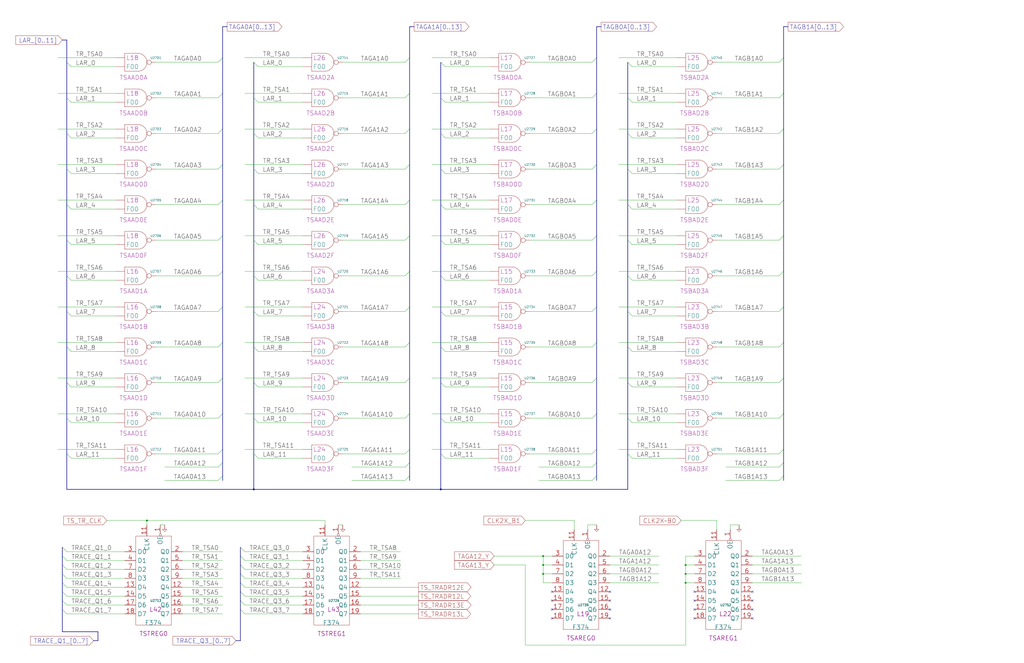
<source format=kicad_sch>
(kicad_sch (version 20250114) (generator "eeschema") (generator_version "9.0")
  (paper "User" 584.2 378.46)
  (title_block (title "TAG STORE ADDRESS BUFFERS") (date "08-MAR-90") (rev "0.0") (comment 1 "MEM32 BOARD") (comment 2 "232-003066") (comment 3 "S400") (comment 4 "RELEASED"))
  (junction (at 83.82 297.18))
  (junction (at 309.88 327.66))
  (junction (at 391.16 332.74))
  (junction (at 144.78 279.4))
  (junction (at 391.16 322.58))
  (junction (at 391.16 327.66))
  (junction (at 309.88 317.5))
  (junction (at 309.88 322.58))
  (junction (at 251.46 279.4))
  (no_connect (at 347.98 342.9))
  (no_connect (at 347.98 337.82))
  (no_connect (at 314.96 337.82))
  (no_connect (at 396.24 353.06))
  (no_connect (at 347.98 353.06))
  (no_connect (at 429.26 353.06))
  (no_connect (at 429.26 347.98))
  (no_connect (at 396.24 347.98))
  (no_connect (at 396.24 342.9))
  (no_connect (at 314.96 342.9))
  (no_connect (at 429.26 337.82))
  (no_connect (at 396.24 337.82))
  (no_connect (at 347.98 347.98))
  (no_connect (at 314.96 347.98))
  (no_connect (at 429.26 342.9))
  (no_connect (at 314.96 353.06))
  (bus_entry (at 144.78 76.2) (size 2.54 2.54))
  (bus_entry (at 447.04 271.78) (size -2.54 2.54))
  (bus_entry (at 358.14 238.76) (size 2.54 2.54))
  (bus_entry (at 358.14 76.2) (size 2.54 2.54))
  (bus_entry (at 251.46 198.12) (size 2.54 2.54))
  (bus_entry (at 340.36 93.98) (size -2.54 2.54))
  (bus_entry (at 251.46 218.44) (size 2.54 2.54))
  (bus_entry (at 358.14 177.8) (size 2.54 2.54))
  (bus_entry (at 340.36 215.9) (size -2.54 2.54))
  (bus_entry (at 127 33.02) (size -2.54 2.54))
  (bus_entry (at 340.36 264.16) (size -2.54 2.54))
  (bus_entry (at 35.56 342.9) (size 2.54 2.54))
  (bus_entry (at 447.04 154.94) (size -2.54 2.54))
  (bus_entry (at 137.16 317.5) (size 2.54 2.54))
  (bus_entry (at 38.1 76.2) (size 2.54 2.54))
  (bus_entry (at 233.68 33.02) (size -2.54 2.54))
  (bus_entry (at 38.1 116.84) (size 2.54 2.54))
  (bus_entry (at 340.36 175.26) (size -2.54 2.54))
  (bus_entry (at 35.56 317.5) (size 2.54 2.54))
  (bus_entry (at 35.56 322.58) (size 2.54 2.54))
  (bus_entry (at 340.36 256.54) (size -2.54 2.54))
  (bus_entry (at 233.68 175.26) (size -2.54 2.54))
  (bus_entry (at 447.04 53.34) (size -2.54 2.54))
  (bus_entry (at 35.56 312.42) (size 2.54 2.54))
  (bus_entry (at 38.1 35.56) (size 2.54 2.54))
  (bus_entry (at 340.36 271.78) (size -2.54 2.54))
  (bus_entry (at 38.1 238.76) (size 2.54 2.54))
  (bus_entry (at 144.78 137.16) (size 2.54 2.54))
  (bus_entry (at 137.16 322.58) (size 2.54 2.54))
  (bus_entry (at 127 73.66) (size -2.54 2.54))
  (bus_entry (at 38.1 259.08) (size 2.54 2.54))
  (bus_entry (at 127 195.58) (size -2.54 2.54))
  (bus_entry (at 447.04 73.66) (size -2.54 2.54))
  (bus_entry (at 38.1 55.88) (size 2.54 2.54))
  (bus_entry (at 233.68 256.54) (size -2.54 2.54))
  (bus_entry (at 35.56 327.66) (size 2.54 2.54))
  (bus_entry (at 251.46 116.84) (size 2.54 2.54))
  (bus_entry (at 251.46 55.88) (size 2.54 2.54))
  (bus_entry (at 137.16 332.74) (size 2.54 2.54))
  (bus_entry (at 340.36 236.22) (size -2.54 2.54))
  (bus_entry (at 447.04 134.62) (size -2.54 2.54))
  (bus_entry (at 358.14 35.56) (size 2.54 2.54))
  (bus_entry (at 251.46 35.56) (size 2.54 2.54))
  (bus_entry (at 447.04 236.22) (size -2.54 2.54))
  (bus_entry (at 233.68 154.94) (size -2.54 2.54))
  (bus_entry (at 233.68 73.66) (size -2.54 2.54))
  (bus_entry (at 358.14 55.88) (size 2.54 2.54))
  (bus_entry (at 358.14 96.52) (size 2.54 2.54))
  (bus_entry (at 447.04 195.58) (size -2.54 2.54))
  (bus_entry (at 144.78 55.88) (size 2.54 2.54))
  (bus_entry (at 358.14 218.44) (size 2.54 2.54))
  (bus_entry (at 340.36 73.66) (size -2.54 2.54))
  (bus_entry (at 35.56 332.74) (size 2.54 2.54))
  (bus_entry (at 251.46 157.48) (size 2.54 2.54))
  (bus_entry (at 358.14 116.84) (size 2.54 2.54))
  (bus_entry (at 251.46 238.76) (size 2.54 2.54))
  (bus_entry (at 251.46 76.2) (size 2.54 2.54))
  (bus_entry (at 38.1 157.48) (size 2.54 2.54))
  (bus_entry (at 35.56 347.98) (size 2.54 2.54))
  (bus_entry (at 233.68 53.34) (size -2.54 2.54))
  (bus_entry (at 340.36 134.62) (size -2.54 2.54))
  (bus_entry (at 144.78 238.76) (size 2.54 2.54))
  (bus_entry (at 447.04 93.98) (size -2.54 2.54))
  (bus_entry (at 144.78 259.08) (size 2.54 2.54))
  (bus_entry (at 251.46 96.52) (size 2.54 2.54))
  (bus_entry (at 137.16 347.98) (size 2.54 2.54))
  (bus_entry (at 340.36 195.58) (size -2.54 2.54))
  (bus_entry (at 127 175.26) (size -2.54 2.54))
  (bus_entry (at 127 215.9) (size -2.54 2.54))
  (bus_entry (at 233.68 114.3) (size -2.54 2.54))
  (bus_entry (at 251.46 177.8) (size 2.54 2.54))
  (bus_entry (at 127 271.78) (size -2.54 2.54))
  (bus_entry (at 35.56 337.82) (size 2.54 2.54))
  (bus_entry (at 137.16 312.42) (size 2.54 2.54))
  (bus_entry (at 127 53.34) (size -2.54 2.54))
  (bus_entry (at 38.1 177.8) (size 2.54 2.54))
  (bus_entry (at 144.78 198.12) (size 2.54 2.54))
  (bus_entry (at 144.78 218.44) (size 2.54 2.54))
  (bus_entry (at 447.04 114.3) (size -2.54 2.54))
  (bus_entry (at 127 264.16) (size -2.54 2.54))
  (bus_entry (at 447.04 33.02) (size -2.54 2.54))
  (bus_entry (at 127 154.94) (size -2.54 2.54))
  (bus_entry (at 144.78 116.84) (size 2.54 2.54))
  (bus_entry (at 127 134.62) (size -2.54 2.54))
  (bus_entry (at 233.68 264.16) (size -2.54 2.54))
  (bus_entry (at 38.1 96.52) (size 2.54 2.54))
  (bus_entry (at 233.68 271.78) (size -2.54 2.54))
  (bus_entry (at 38.1 218.44) (size 2.54 2.54))
  (bus_entry (at 127 256.54) (size -2.54 2.54))
  (bus_entry (at 144.78 96.52) (size 2.54 2.54))
  (bus_entry (at 38.1 198.12) (size 2.54 2.54))
  (bus_entry (at 447.04 175.26) (size -2.54 2.54))
  (bus_entry (at 144.78 177.8) (size 2.54 2.54))
  (bus_entry (at 447.04 264.16) (size -2.54 2.54))
  (bus_entry (at 233.68 134.62) (size -2.54 2.54))
  (bus_entry (at 127 236.22) (size -2.54 2.54))
  (bus_entry (at 144.78 157.48) (size 2.54 2.54))
  (bus_entry (at 127 93.98) (size -2.54 2.54))
  (bus_entry (at 358.14 157.48) (size 2.54 2.54))
  (bus_entry (at 251.46 259.08) (size 2.54 2.54))
  (bus_entry (at 233.68 236.22) (size -2.54 2.54))
  (bus_entry (at 137.16 327.66) (size 2.54 2.54))
  (bus_entry (at 38.1 137.16) (size 2.54 2.54))
  (bus_entry (at 340.36 154.94) (size -2.54 2.54))
  (bus_entry (at 340.36 33.02) (size -2.54 2.54))
  (bus_entry (at 358.14 137.16) (size 2.54 2.54))
  (bus_entry (at 137.16 342.9) (size 2.54 2.54))
  (bus_entry (at 127 114.3) (size -2.54 2.54))
  (bus_entry (at 358.14 259.08) (size 2.54 2.54))
  (bus_entry (at 447.04 215.9) (size -2.54 2.54))
  (bus_entry (at 233.68 215.9) (size -2.54 2.54))
  (bus_entry (at 251.46 137.16) (size 2.54 2.54))
  (bus_entry (at 340.36 53.34) (size -2.54 2.54))
  (bus_entry (at 340.36 114.3) (size -2.54 2.54))
  (bus_entry (at 233.68 195.58) (size -2.54 2.54))
  (bus_entry (at 137.16 337.82) (size 2.54 2.54))
  (bus_entry (at 358.14 198.12) (size 2.54 2.54))
  (bus_entry (at 144.78 35.56) (size 2.54 2.54))
  (bus_entry (at 233.68 93.98) (size -2.54 2.54))
  (bus_entry (at 447.04 256.54) (size -2.54 2.54))
  (bus (pts (xy 35.56 347.98) (xy 35.56 360.68)))
  (bus (pts (xy 127 15.24) (xy 129.54 15.24)))
  (wire (pts (xy 360.68 200.66) (xy 386.08 200.66)))
  (wire (pts (xy 88.9 116.84) (xy 124.46 116.84)))
  (wire (pts (xy 91.44 299.72) (xy 93.98 299.72)))
  (wire (pts (xy 139.7 33.02) (xy 172.72 33.02)))
  (bus (pts (xy 233.68 236.22) (xy 233.68 256.54)))
  (bus (pts (xy 233.68 114.3) (xy 233.68 134.62)))
  (bus (pts (xy 358.14 177.8) (xy 358.14 198.12)))
  (wire (pts (xy 360.68 58.42) (xy 386.08 58.42)))
  (wire (pts (xy 246.38 236.22) (xy 279.4 236.22)))
  (bus (pts (xy 340.36 175.26) (xy 340.36 195.58)))
  (wire (pts (xy 309.88 317.5) (xy 314.96 317.5)))
  (bus (pts (xy 35.56 342.9) (xy 35.56 347.98)))
  (bus (pts (xy 137.16 337.82) (xy 137.16 342.9)))
  (bus (pts (xy 134.62 365.76) (xy 137.16 365.76)))
  (wire (pts (xy 307.34 266.7) (xy 337.82 266.7)))
  (wire (pts (xy 33.02 33.02) (xy 66.04 33.02)))
  (wire (pts (xy 246.38 33.02) (xy 279.4 33.02)))
  (wire (pts (xy 299.72 368.3) (xy 391.16 368.3)))
  (wire (pts (xy 408.94 198.12) (xy 444.5 198.12)))
  (wire (pts (xy 195.58 55.88) (xy 231.14 55.88)))
  (bus (pts (xy 233.68 15.24) (xy 233.68 33.02)))
  (wire (pts (xy 360.68 160.02) (xy 386.08 160.02)))
  (wire (pts (xy 408.94 218.44) (xy 444.5 218.44)))
  (wire (pts (xy 347.98 332.74) (xy 375.92 332.74)))
  (bus (pts (xy 127 256.54) (xy 127 264.16)))
  (bus (pts (xy 447.04 114.3) (xy 447.04 134.62)))
  (wire (pts (xy 195.58 35.56) (xy 231.14 35.56)))
  (wire (pts (xy 309.88 322.58) (xy 309.88 317.5)))
  (wire (pts (xy 353.06 134.62) (xy 386.08 134.62)))
  (wire (pts (xy 408.94 35.56) (xy 444.5 35.56)))
  (bus (pts (xy 233.68 215.9) (xy 233.68 236.22)))
  (bus (pts (xy 144.78 218.44) (xy 144.78 238.76)))
  (wire (pts (xy 139.7 175.26) (xy 172.72 175.26)))
  (wire (pts (xy 254 241.3) (xy 279.4 241.3)))
  (wire (pts (xy 416.56 299.72) (xy 416.56 302.26)))
  (bus (pts (xy 38.1 35.56) (xy 38.1 55.88)))
  (bus (pts (xy 137.16 322.58) (xy 137.16 327.66)))
  (bus (pts (xy 251.46 76.2) (xy 251.46 96.52)))
  (wire (pts (xy 40.64 180.34) (xy 66.04 180.34)))
  (wire (pts (xy 408.94 116.84) (xy 444.5 116.84)))
  (wire (pts (xy 353.06 195.58) (xy 386.08 195.58)))
  (wire (pts (xy 205.74 340.36) (xy 238.76 340.36)))
  (bus (pts (xy 137.16 317.5) (xy 137.16 322.58)))
  (wire (pts (xy 246.38 134.62) (xy 279.4 134.62)))
  (bus (pts (xy 38.1 238.76) (xy 38.1 259.08)))
  (bus (pts (xy 358.14 198.12) (xy 358.14 218.44)))
  (bus (pts (xy 144.78 259.08) (xy 144.78 279.4)))
  (wire (pts (xy 205.74 345.44) (xy 238.76 345.44)))
  (bus (pts (xy 35.56 317.5) (xy 35.56 322.58)))
  (wire (pts (xy 314.96 332.74) (xy 309.88 332.74)))
  (bus (pts (xy 358.14 259.08) (xy 358.14 279.4)))
  (bus (pts (xy 127 33.02) (xy 127 53.34)))
  (wire (pts (xy 139.7 325.12) (xy 172.72 325.12)))
  (bus (pts (xy 447.04 215.9) (xy 447.04 236.22)))
  (wire (pts (xy 88.9 137.16) (xy 124.46 137.16)))
  (wire (pts (xy 353.06 175.26) (xy 386.08 175.26)))
  (wire (pts (xy 88.9 218.44) (xy 124.46 218.44)))
  (wire (pts (xy 104.14 345.44) (xy 127 345.44)))
  (wire (pts (xy 299.72 322.58) (xy 299.72 368.3)))
  (wire (pts (xy 139.7 195.58) (xy 172.72 195.58)))
  (wire (pts (xy 147.32 261.62) (xy 172.72 261.62)))
  (wire (pts (xy 347.98 327.66) (xy 375.92 327.66)))
  (wire (pts (xy 246.38 175.26) (xy 279.4 175.26)))
  (wire (pts (xy 147.32 38.1) (xy 172.72 38.1)))
  (wire (pts (xy 83.82 297.18) (xy 185.42 297.18)))
  (wire (pts (xy 302.26 137.16) (xy 337.82 137.16)))
  (wire (pts (xy 33.02 236.22) (xy 66.04 236.22)))
  (bus (pts (xy 358.14 35.56) (xy 358.14 55.88)))
  (bus (pts (xy 35.56 332.74) (xy 35.56 337.82)))
  (wire (pts (xy 147.32 58.42) (xy 172.72 58.42)))
  (bus (pts (xy 358.14 238.76) (xy 358.14 259.08)))
  (bus (pts (xy 127 134.62) (xy 127 154.94)))
  (wire (pts (xy 302.26 218.44) (xy 337.82 218.44)))
  (bus (pts (xy 340.36 154.94) (xy 340.36 175.26)))
  (bus (pts (xy 358.14 55.88) (xy 358.14 76.2)))
  (bus (pts (xy 127 236.22) (xy 127 256.54)))
  (bus (pts (xy 233.68 15.24) (xy 236.22 15.24)))
  (bus (pts (xy 340.36 73.66) (xy 340.36 93.98)))
  (wire (pts (xy 104.14 340.36) (xy 127 340.36)))
  (wire (pts (xy 38.1 335.28) (xy 71.12 335.28)))
  (wire (pts (xy 195.58 137.16) (xy 231.14 137.16)))
  (wire (pts (xy 33.02 93.98) (xy 66.04 93.98)))
  (bus (pts (xy 144.78 116.84) (xy 144.78 137.16)))
  (wire (pts (xy 302.26 35.56) (xy 337.82 35.56)))
  (wire (pts (xy 340.36 299.72) (xy 335.28 299.72)))
  (wire (pts (xy 388.62 297.18) (xy 408.94 297.18)))
  (bus (pts (xy 144.78 55.88) (xy 144.78 76.2)))
  (wire (pts (xy 33.02 134.62) (xy 66.04 134.62)))
  (wire (pts (xy 200.66 274.32) (xy 231.14 274.32)))
  (wire (pts (xy 391.16 332.74) (xy 391.16 327.66)))
  (wire (pts (xy 200.66 266.7) (xy 231.14 266.7)))
  (bus (pts (xy 38.1 177.8) (xy 38.1 198.12)))
  (wire (pts (xy 347.98 317.5) (xy 375.92 317.5)))
  (wire (pts (xy 40.64 160.02) (xy 66.04 160.02)))
  (wire (pts (xy 408.94 177.8) (xy 444.5 177.8)))
  (wire (pts (xy 38.1 325.12) (xy 71.12 325.12)))
  (bus (pts (xy 144.78 157.48) (xy 144.78 177.8)))
  (wire (pts (xy 254 119.38) (xy 279.4 119.38)))
  (bus (pts (xy 233.68 175.26) (xy 233.68 195.58)))
  (wire (pts (xy 408.94 157.48) (xy 444.5 157.48)))
  (bus (pts (xy 447.04 33.02) (xy 447.04 53.34)))
  (bus (pts (xy 137.16 332.74) (xy 137.16 337.82)))
  (wire (pts (xy 408.94 76.2) (xy 444.5 76.2)))
  (wire (pts (xy 360.68 261.62) (xy 386.08 261.62)))
  (wire (pts (xy 429.26 327.66) (xy 457.2 327.66)))
  (bus (pts (xy 447.04 264.16) (xy 447.04 271.78)))
  (bus (pts (xy 251.46 35.56) (xy 251.46 55.88)))
  (wire (pts (xy 391.16 327.66) (xy 391.16 322.58)))
  (wire (pts (xy 429.26 322.58) (xy 457.2 322.58)))
  (bus (pts (xy 38.1 259.08) (xy 38.1 279.4)))
  (wire (pts (xy 353.06 154.94) (xy 386.08 154.94)))
  (wire (pts (xy 299.72 297.18) (xy 327.66 297.18)))
  (wire (pts (xy 408.94 238.76) (xy 444.5 238.76)))
  (bus (pts (xy 447.04 15.24) (xy 449.58 15.24)))
  (wire (pts (xy 254 200.66) (xy 279.4 200.66)))
  (wire (pts (xy 147.32 180.34) (xy 172.72 180.34)))
  (wire (pts (xy 205.74 320.04) (xy 228.6 320.04)))
  (bus (pts (xy 340.36 53.34) (xy 340.36 73.66)))
  (wire (pts (xy 40.64 78.74) (xy 66.04 78.74)))
  (bus (pts (xy 340.36 15.24) (xy 342.9 15.24)))
  (wire (pts (xy 254 38.1) (xy 279.4 38.1)))
  (bus (pts (xy 358.14 96.52) (xy 358.14 116.84)))
  (bus (pts (xy 233.68 264.16) (xy 233.68 271.78)))
  (bus (pts (xy 233.68 195.58) (xy 233.68 215.9)))
  (wire (pts (xy 254 180.34) (xy 279.4 180.34)))
  (wire (pts (xy 360.68 241.3) (xy 386.08 241.3)))
  (bus (pts (xy 127 53.34) (xy 127 73.66)))
  (wire (pts (xy 40.64 99.06) (xy 66.04 99.06)))
  (wire (pts (xy 83.82 297.18) (xy 83.82 299.72)))
  (wire (pts (xy 302.26 177.8) (xy 337.82 177.8)))
  (wire (pts (xy 88.9 96.52) (xy 124.46 96.52)))
  (wire (pts (xy 246.38 215.9) (xy 279.4 215.9)))
  (bus (pts (xy 340.36 236.22) (xy 340.36 256.54)))
  (bus (pts (xy 358.14 157.48) (xy 358.14 177.8)))
  (bus (pts (xy 340.36 256.54) (xy 340.36 264.16)))
  (wire (pts (xy 139.7 93.98) (xy 172.72 93.98)))
  (wire (pts (xy 429.26 332.74) (xy 457.2 332.74)))
  (wire (pts (xy 246.38 53.34) (xy 279.4 53.34)))
  (wire (pts (xy 307.34 274.32) (xy 337.82 274.32)))
  (bus (pts (xy 38.1 218.44) (xy 38.1 238.76)))
  (wire (pts (xy 38.1 345.44) (xy 71.12 345.44)))
  (bus (pts (xy 233.68 93.98) (xy 233.68 114.3)))
  (bus (pts (xy 251.46 279.4) (xy 358.14 279.4)))
  (wire (pts (xy 254 78.74) (xy 279.4 78.74)))
  (bus (pts (xy 35.56 312.42) (xy 35.56 317.5)))
  (bus (pts (xy 358.14 76.2) (xy 358.14 96.52)))
  (bus (pts (xy 144.78 198.12) (xy 144.78 218.44)))
  (wire (pts (xy 360.68 139.7) (xy 386.08 139.7)))
  (wire (pts (xy 147.32 78.74) (xy 172.72 78.74)))
  (wire (pts (xy 185.42 297.18) (xy 185.42 299.72)))
  (bus (pts (xy 144.78 96.52) (xy 144.78 116.84)))
  (bus (pts (xy 233.68 154.94) (xy 233.68 175.26)))
  (wire (pts (xy 33.02 154.94) (xy 66.04 154.94)))
  (bus (pts (xy 53.34 365.76) (xy 55.88 365.76)))
  (bus (pts (xy 35.56 327.66) (xy 35.56 332.74)))
  (wire (pts (xy 104.14 320.04) (xy 127 320.04)))
  (bus (pts (xy 447.04 53.34) (xy 447.04 73.66)))
  (bus (pts (xy 358.14 116.84) (xy 358.14 137.16)))
  (wire (pts (xy 302.26 96.52) (xy 337.82 96.52)))
  (wire (pts (xy 147.32 99.06) (xy 172.72 99.06)))
  (bus (pts (xy 233.68 33.02) (xy 233.68 53.34)))
  (wire (pts (xy 139.7 345.44) (xy 172.72 345.44)))
  (wire (pts (xy 353.06 114.3) (xy 386.08 114.3)))
  (wire (pts (xy 195.58 96.52) (xy 231.14 96.52)))
  (wire (pts (xy 205.74 335.28) (xy 238.76 335.28)))
  (bus (pts (xy 38.1 157.48) (xy 38.1 177.8)))
  (wire (pts (xy 205.74 325.12) (xy 228.6 325.12)))
  (wire (pts (xy 391.16 322.58) (xy 396.24 322.58)))
  (bus (pts (xy 447.04 73.66) (xy 447.04 93.98)))
  (wire (pts (xy 33.02 114.3) (xy 66.04 114.3)))
  (wire (pts (xy 302.26 198.12) (xy 337.82 198.12)))
  (wire (pts (xy 205.74 314.96) (xy 228.6 314.96)))
  (wire (pts (xy 88.9 76.2) (xy 124.46 76.2)))
  (wire (pts (xy 104.14 314.96) (xy 127 314.96)))
  (wire (pts (xy 391.16 332.74) (xy 396.24 332.74)))
  (bus (pts (xy 251.46 116.84) (xy 251.46 137.16)))
  (wire (pts (xy 335.28 299.72) (xy 335.28 302.26)))
  (bus (pts (xy 233.68 134.62) (xy 233.68 154.94)))
  (wire (pts (xy 88.9 259.08) (xy 124.46 259.08)))
  (wire (pts (xy 254 58.42) (xy 279.4 58.42)))
  (wire (pts (xy 33.02 73.66) (xy 66.04 73.66)))
  (wire (pts (xy 302.26 55.88) (xy 337.82 55.88)))
  (wire (pts (xy 195.58 157.48) (xy 231.14 157.48)))
  (wire (pts (xy 314.96 327.66) (xy 309.88 327.66)))
  (bus (pts (xy 340.36 134.62) (xy 340.36 154.94)))
  (bus (pts (xy 447.04 15.24) (xy 447.04 33.02)))
  (wire (pts (xy 147.32 241.3) (xy 172.72 241.3)))
  (wire (pts (xy 104.14 350.52) (xy 127 350.52)))
  (wire (pts (xy 327.66 297.18) (xy 327.66 302.26)))
  (wire (pts (xy 147.32 200.66) (xy 172.72 200.66)))
  (bus (pts (xy 340.36 15.24) (xy 340.36 33.02)))
  (wire (pts (xy 246.38 93.98) (xy 279.4 93.98)))
  (bus (pts (xy 447.04 134.62) (xy 447.04 154.94)))
  (wire (pts (xy 408.94 96.52) (xy 444.5 96.52)))
  (wire (pts (xy 40.64 261.62) (xy 66.04 261.62)))
  (wire (pts (xy 254 139.7) (xy 279.4 139.7)))
  (wire (pts (xy 193.04 299.72) (xy 195.58 299.72)))
  (bus (pts (xy 127 114.3) (xy 127 134.62)))
  (wire (pts (xy 360.68 99.06) (xy 386.08 99.06)))
  (wire (pts (xy 139.7 114.3) (xy 172.72 114.3)))
  (bus (pts (xy 251.46 198.12) (xy 251.46 218.44)))
  (wire (pts (xy 205.74 330.2) (xy 228.6 330.2)))
  (wire (pts (xy 195.58 76.2) (xy 231.14 76.2)))
  (wire (pts (xy 40.64 119.38) (xy 66.04 119.38)))
  (wire (pts (xy 139.7 215.9) (xy 172.72 215.9)))
  (wire (pts (xy 309.88 332.74) (xy 309.88 327.66)))
  (bus (pts (xy 251.46 96.52) (xy 251.46 116.84)))
  (wire (pts (xy 93.98 266.7) (xy 124.46 266.7)))
  (wire (pts (xy 147.32 160.02) (xy 172.72 160.02)))
  (bus (pts (xy 127 175.26) (xy 127 195.58)))
  (bus (pts (xy 233.68 73.66) (xy 233.68 93.98)))
  (wire (pts (xy 139.7 154.94) (xy 172.72 154.94)))
  (wire (pts (xy 281.94 317.5) (xy 309.88 317.5)))
  (wire (pts (xy 254 261.62) (xy 279.4 261.62)))
  (wire (pts (xy 391.16 322.58) (xy 391.16 317.5)))
  (wire (pts (xy 40.64 241.3) (xy 66.04 241.3)))
  (wire (pts (xy 246.38 154.94) (xy 279.4 154.94)))
  (wire (pts (xy 408.94 137.16) (xy 444.5 137.16)))
  (bus (pts (xy 55.88 360.68) (xy 35.56 360.68)))
  (wire (pts (xy 139.7 53.34) (xy 172.72 53.34)))
  (wire (pts (xy 40.64 220.98) (xy 66.04 220.98)))
  (wire (pts (xy 353.06 256.54) (xy 386.08 256.54)))
  (wire (pts (xy 414.02 274.32) (xy 444.5 274.32)))
  (bus (pts (xy 340.36 271.78) (xy 340.36 274.32)))
  (wire (pts (xy 195.58 218.44) (xy 231.14 218.44)))
  (wire (pts (xy 414.02 266.7) (xy 444.5 266.7)))
  (bus (pts (xy 38.1 279.4) (xy 144.78 279.4)))
  (bus (pts (xy 251.46 238.76) (xy 251.46 259.08)))
  (wire (pts (xy 33.02 175.26) (xy 66.04 175.26)))
  (bus (pts (xy 447.04 236.22) (xy 447.04 256.54)))
  (wire (pts (xy 88.9 177.8) (xy 124.46 177.8)))
  (bus (pts (xy 340.36 114.3) (xy 340.36 134.62)))
  (wire (pts (xy 353.06 53.34) (xy 386.08 53.34)))
  (wire (pts (xy 139.7 335.28) (xy 172.72 335.28)))
  (bus (pts (xy 38.1 96.52) (xy 38.1 116.84)))
  (wire (pts (xy 88.9 35.56) (xy 124.46 35.56)))
  (bus (pts (xy 127 73.66) (xy 127 93.98)))
  (wire (pts (xy 360.68 220.98) (xy 386.08 220.98)))
  (bus (pts (xy 137.16 312.42) (xy 137.16 317.5)))
  (wire (pts (xy 33.02 256.54) (xy 66.04 256.54)))
  (wire (pts (xy 195.58 198.12) (xy 231.14 198.12)))
  (bus (pts (xy 447.04 175.26) (xy 447.04 195.58)))
  (wire (pts (xy 33.02 195.58) (xy 66.04 195.58)))
  (wire (pts (xy 302.26 76.2) (xy 337.82 76.2)))
  (bus (pts (xy 38.1 137.16) (xy 38.1 157.48)))
  (wire (pts (xy 38.1 320.04) (xy 71.12 320.04)))
  (bus (pts (xy 251.46 218.44) (xy 251.46 238.76)))
  (bus (pts (xy 233.68 271.78) (xy 233.68 274.32)))
  (wire (pts (xy 353.06 93.98) (xy 386.08 93.98)))
  (bus (pts (xy 233.68 53.34) (xy 233.68 73.66)))
  (wire (pts (xy 309.88 327.66) (xy 309.88 322.58)))
  (wire (pts (xy 139.7 256.54) (xy 172.72 256.54)))
  (wire (pts (xy 408.94 297.18) (xy 408.94 302.26)))
  (wire (pts (xy 60.96 297.18) (xy 83.82 297.18)))
  (bus (pts (xy 38.1 116.84) (xy 38.1 137.16)))
  (wire (pts (xy 205.74 350.52) (xy 238.76 350.52)))
  (wire (pts (xy 88.9 157.48) (xy 124.46 157.48)))
  (bus (pts (xy 144.78 238.76) (xy 144.78 259.08)))
  (wire (pts (xy 246.38 195.58) (xy 279.4 195.58)))
  (wire (pts (xy 139.7 236.22) (xy 172.72 236.22)))
  (wire (pts (xy 429.26 317.5) (xy 457.2 317.5)))
  (bus (pts (xy 233.68 256.54) (xy 233.68 264.16)))
  (wire (pts (xy 254 220.98) (xy 279.4 220.98)))
  (wire (pts (xy 139.7 340.36) (xy 172.72 340.36)))
  (wire (pts (xy 38.1 350.52) (xy 71.12 350.52)))
  (bus (pts (xy 35.56 22.86) (xy 38.1 22.86)))
  (wire (pts (xy 302.26 259.08) (xy 337.82 259.08)))
  (wire (pts (xy 104.14 325.12) (xy 127 325.12)))
  (bus (pts (xy 55.88 365.76) (xy 55.88 360.68)))
  (bus (pts (xy 144.78 137.16) (xy 144.78 157.48)))
  (bus (pts (xy 340.36 195.58) (xy 340.36 215.9)))
  (wire (pts (xy 33.02 53.34) (xy 66.04 53.34)))
  (bus (pts (xy 144.78 279.4) (xy 251.46 279.4)))
  (wire (pts (xy 391.16 317.5) (xy 396.24 317.5)))
  (wire (pts (xy 93.98 274.32) (xy 124.46 274.32)))
  (wire (pts (xy 195.58 238.76) (xy 231.14 238.76)))
  (wire (pts (xy 353.06 236.22) (xy 386.08 236.22)))
  (wire (pts (xy 302.26 116.84) (xy 337.82 116.84)))
  (wire (pts (xy 360.68 38.1) (xy 386.08 38.1)))
  (wire (pts (xy 139.7 350.52) (xy 172.72 350.52)))
  (wire (pts (xy 88.9 198.12) (xy 124.46 198.12)))
  (wire (pts (xy 360.68 78.74) (xy 386.08 78.74)))
  (bus (pts (xy 340.36 215.9) (xy 340.36 236.22)))
  (wire (pts (xy 40.64 139.7) (xy 66.04 139.7)))
  (wire (pts (xy 246.38 256.54) (xy 279.4 256.54)))
  (bus (pts (xy 447.04 154.94) (xy 447.04 175.26)))
  (wire (pts (xy 302.26 238.76) (xy 337.82 238.76)))
  (wire (pts (xy 302.26 157.48) (xy 337.82 157.48)))
  (wire (pts (xy 147.32 139.7) (xy 172.72 139.7)))
  (wire (pts (xy 33.02 215.9) (xy 66.04 215.9)))
  (wire (pts (xy 408.94 259.08) (xy 444.5 259.08)))
  (bus (pts (xy 38.1 198.12) (xy 38.1 218.44)))
  (wire (pts (xy 391.16 327.66) (xy 396.24 327.66)))
  (wire (pts (xy 347.98 322.58) (xy 375.92 322.58)))
  (bus (pts (xy 251.46 259.08) (xy 251.46 279.4)))
  (wire (pts (xy 281.94 322.58) (xy 299.72 322.58)))
  (wire (pts (xy 38.1 340.36) (xy 71.12 340.36)))
  (wire (pts (xy 360.68 180.34) (xy 386.08 180.34)))
  (bus (pts (xy 251.46 137.16) (xy 251.46 157.48)))
  (bus (pts (xy 127 264.16) (xy 127 271.78)))
  (bus (pts (xy 38.1 76.2) (xy 38.1 96.52)))
  (wire (pts (xy 254 160.02) (xy 279.4 160.02)))
  (wire (pts (xy 195.58 177.8) (xy 231.14 177.8)))
  (wire (pts (xy 254 99.06) (xy 279.4 99.06)))
  (wire (pts (xy 246.38 114.3) (xy 279.4 114.3)))
  (bus (pts (xy 127 215.9) (xy 127 236.22)))
  (wire (pts (xy 38.1 314.96) (xy 71.12 314.96)))
  (bus (pts (xy 137.16 342.9) (xy 137.16 347.98)))
  (wire (pts (xy 147.32 220.98) (xy 172.72 220.98)))
  (wire (pts (xy 88.9 55.88) (xy 124.46 55.88)))
  (bus (pts (xy 447.04 271.78) (xy 447.04 274.32)))
  (bus (pts (xy 144.78 177.8) (xy 144.78 198.12)))
  (wire (pts (xy 195.58 116.84) (xy 231.14 116.84)))
  (bus (pts (xy 35.56 322.58) (xy 35.56 327.66)))
  (wire (pts (xy 139.7 320.04) (xy 172.72 320.04)))
  (wire (pts (xy 353.06 215.9) (xy 386.08 215.9)))
  (bus (pts (xy 340.36 33.02) (xy 340.36 53.34)))
  (bus (pts (xy 127 154.94) (xy 127 175.26)))
  (wire (pts (xy 139.7 330.2) (xy 172.72 330.2)))
  (bus (pts (xy 137.16 327.66) (xy 137.16 332.74)))
  (wire (pts (xy 360.68 119.38) (xy 386.08 119.38)))
  (bus (pts (xy 137.16 347.98) (xy 137.16 365.76)))
  (bus (pts (xy 251.46 55.88) (xy 251.46 76.2)))
  (wire (pts (xy 421.64 299.72) (xy 416.56 299.72)))
  (wire (pts (xy 139.7 73.66) (xy 172.72 73.66)))
  (wire (pts (xy 104.14 335.28) (xy 127 335.28)))
  (wire (pts (xy 353.06 73.66) (xy 386.08 73.66)))
  (wire (pts (xy 353.06 33.02) (xy 386.08 33.02)))
  (bus (pts (xy 358.14 137.16) (xy 358.14 157.48)))
  (bus (pts (xy 127 195.58) (xy 127 215.9)))
  (bus (pts (xy 38.1 22.86) (xy 38.1 35.56)))
  (wire (pts (xy 391.16 368.3) (xy 391.16 332.74)))
  (wire (pts (xy 139.7 134.62) (xy 172.72 134.62)))
  (bus (pts (xy 447.04 93.98) (xy 447.04 114.3)))
  (wire (pts (xy 40.64 58.42) (xy 66.04 58.42)))
  (bus (pts (xy 340.36 264.16) (xy 340.36 271.78)))
  (bus (pts (xy 447.04 195.58) (xy 447.04 215.9)))
  (wire (pts (xy 104.14 330.2) (xy 127 330.2)))
  (wire (pts (xy 88.9 238.76) (xy 124.46 238.76)))
  (wire (pts (xy 246.38 73.66) (xy 279.4 73.66)))
  (wire (pts (xy 139.7 314.96) (xy 172.72 314.96)))
  (bus (pts (xy 144.78 35.56) (xy 144.78 55.88)))
  (bus (pts (xy 144.78 76.2) (xy 144.78 96.52)))
  (bus (pts (xy 35.56 337.82) (xy 35.56 342.9)))
  (wire (pts (xy 147.32 119.38) (xy 172.72 119.38)))
  (bus (pts (xy 340.36 93.98) (xy 340.36 114.3)))
  (bus (pts (xy 251.46 157.48) (xy 251.46 177.8)))
  (wire (pts (xy 40.64 38.1) (xy 66.04 38.1)))
  (bus (pts (xy 447.04 256.54) (xy 447.04 264.16)))
  (bus (pts (xy 127 15.24) (xy 127 33.02)))
  (wire (pts (xy 408.94 55.88) (xy 444.5 55.88)))
  (bus (pts (xy 38.1 55.88) (xy 38.1 76.2)))
  (wire (pts (xy 314.96 322.58) (xy 309.88 322.58)))
  (bus (pts (xy 127 271.78) (xy 127 274.32)))
  (bus (pts (xy 358.14 218.44) (xy 358.14 238.76)))
  (bus (pts (xy 251.46 177.8) (xy 251.46 198.12)))
  (bus (pts (xy 127 93.98) (xy 127 114.3)))
  (wire (pts (xy 40.64 200.66) (xy 66.04 200.66)))
  (wire (pts (xy 38.1 330.2) (xy 71.12 330.2)))
  (wire (pts (xy 195.58 259.08) (xy 231.14 259.08)))
  (label "LAR_7" (at 149.86 180.34 0) (effects (font (size 2.54 2.54))))
  (label "TAGB0A0" (at 312.42 35.56 0) (effects (font (size 2.54 2.54))))
  (label "TRACE_Q3_2" (at 142.24 325.12 0) (effects (font (size 2.54 2.54))))
  (label "TAGB1A12" (at 419.1 266.7 0) (effects (font (size 2.54 2.54))))
  (label "TR_TSA0" (at 149.86 33.02 0) (effects (font (size 2.54 2.54))))
  (label "TAGA1A0" (at 205.74 35.56 0) (effects (font (size 2.54 2.54))))
  (label "TAGA0A6" (at 99.06 157.48 0) (effects (font (size 2.54 2.54))))
  (label "TAGB1A3" (at 419.1 96.52 0) (effects (font (size 2.54 2.54))))
  (label "TR_TSA11" (at 363.22 256.54 0) (effects (font (size 2.54 2.54))))
  (label "TR_TSA9" (at 256.54 215.9 0) (effects (font (size 2.54 2.54))))
  (label "TR_TSA10" (at 210.82 325.12 0) (effects (font (size 2.54 2.54))))
  (label "LAR_3" (at 256.54 99.06 0) (effects (font (size 2.54 2.54))))
  (label "TAGB0A11" (at 312.42 259.08 0) (effects (font (size 2.54 2.54))))
  (label "TAGB1A9" (at 419.1 218.44 0) (effects (font (size 2.54 2.54))))
  (label "TAGB0A9" (at 312.42 218.44 0) (effects (font (size 2.54 2.54))))
  (label "LAR_3" (at 149.86 99.06 0) (effects (font (size 2.54 2.54))))
  (label "TRACE_Q1_5" (at 40.64 340.36 0) (effects (font (size 2.54 2.54))))
  (label "LAR_9" (at 363.22 220.98 0) (effects (font (size 2.54 2.54))))
  (label "TAGB0A12" (at 353.06 327.66 0) (effects (font (size 2.54 2.54))))
  (label "TR_TSA8" (at 210.82 314.96 0) (effects (font (size 2.54 2.54))))
  (label "TAGA1A6" (at 205.74 157.48 0) (effects (font (size 2.54 2.54))))
  (label "TR_TSA8" (at 43.18 195.58 0) (effects (font (size 2.54 2.54))))
  (label "TR_TSA2" (at 256.54 73.66 0) (effects (font (size 2.54 2.54))))
  (label "TAGB1A13" (at 434.34 332.74 0) (effects (font (size 2.54 2.54))))
  (label "TR_TSA11" (at 256.54 256.54 0) (effects (font (size 2.54 2.54))))
  (label "TAGA0A13" (at 434.34 317.5 0) (effects (font (size 2.54 2.54))))
  (label "LAR_6" (at 149.86 160.02 0) (effects (font (size 2.54 2.54))))
  (label "LAR_0" (at 363.22 38.1 0) (effects (font (size 2.54 2.54))))
  (label "TAGB1A4" (at 419.1 116.84 0) (effects (font (size 2.54 2.54))))
  (label "LAR_0" (at 43.18 38.1 0) (effects (font (size 2.54 2.54))))
  (label "TAGA1A13" (at 205.74 274.32 0) (effects (font (size 2.54 2.54))))
  (label "TAGA1A12" (at 353.06 322.58 0) (effects (font (size 2.54 2.54))))
  (label "TAGA1A10" (at 205.74 238.76 0) (effects (font (size 2.54 2.54))))
  (label "TR_TSA3" (at 149.86 93.98 0) (effects (font (size 2.54 2.54))))
  (label "LAR_1" (at 363.22 58.42 0) (effects (font (size 2.54 2.54))))
  (label "TR_TSA1" (at 149.86 53.34 0) (effects (font (size 2.54 2.54))))
  (label "TAGA1A5" (at 205.74 137.16 0) (effects (font (size 2.54 2.54))))
  (label "TR_TSA0" (at 43.18 33.02 0) (effects (font (size 2.54 2.54))))
  (label "TR_TSA4" (at 43.18 114.3 0) (effects (font (size 2.54 2.54))))
  (label "LAR_4" (at 43.18 119.38 0) (effects (font (size 2.54 2.54))))
  (label "TAGB0A13" (at 434.34 327.66 0) (effects (font (size 2.54 2.54))))
  (label "TAGB0A12" (at 312.42 266.7 0) (effects (font (size 2.54 2.54))))
  (label "TRACE_Q1_6" (at 40.64 345.44 0) (effects (font (size 2.54 2.54))))
  (label "LAR_8" (at 256.54 200.66 0) (effects (font (size 2.54 2.54))))
  (label "TRACE_Q3_1" (at 142.24 320.04 0) (effects (font (size 2.54 2.54))))
  (label "TAGA1A13" (at 434.34 322.58 0) (effects (font (size 2.54 2.54))))
  (label "TR_TSA3" (at 256.54 93.98 0) (effects (font (size 2.54 2.54))))
  (label "TAGB0A6" (at 312.42 157.48 0) (effects (font (size 2.54 2.54))))
  (label "TR_TSA10" (at 363.22 236.22 0) (effects (font (size 2.54 2.54))))
  (label "TAGA1A1" (at 205.74 55.88 0) (effects (font (size 2.54 2.54))))
  (label "TAGA0A0" (at 99.06 35.56 0) (effects (font (size 2.54 2.54))))
  (label "LAR_10" (at 363.22 241.3 0) (effects (font (size 2.54 2.54))))
  (label "TR_TSA7" (at 149.86 175.26 0) (effects (font (size 2.54 2.54))))
  (label "TRACE_Q3_5" (at 142.24 340.36 0) (effects (font (size 2.54 2.54))))
  (label "TR_TSA1" (at 43.18 53.34 0) (effects (font (size 2.54 2.54))))
  (label "LAR_8" (at 43.18 200.66 0) (effects (font (size 2.54 2.54))))
  (label "TR_TSA0" (at 109.22 314.96 0) (effects (font (size 2.54 2.54))))
  (label "TR_TSA8" (at 363.22 195.58 0) (effects (font (size 2.54 2.54))))
  (label "LAR_6" (at 43.18 160.02 0) (effects (font (size 2.54 2.54))))
  (label "LAR_8" (at 363.22 200.66 0) (effects (font (size 2.54 2.54))))
  (label "TAGA0A8" (at 99.06 198.12 0) (effects (font (size 2.54 2.54))))
  (label "TAGA1A3" (at 205.74 96.52 0) (effects (font (size 2.54 2.54))))
  (label "TAGA1A2" (at 205.74 76.2 0) (effects (font (size 2.54 2.54))))
  (label "LAR_7" (at 43.18 180.34 0) (effects (font (size 2.54 2.54))))
  (label "LAR_2" (at 43.18 78.74 0) (effects (font (size 2.54 2.54))))
  (label "TAGB0A7" (at 312.42 177.8 0) (effects (font (size 2.54 2.54))))
  (label "TR_TSA6" (at 149.86 154.94 0) (effects (font (size 2.54 2.54))))
  (label "TAGA0A5" (at 99.06 137.16 0) (effects (font (size 2.54 2.54))))
  (label "TR_TSA11" (at 210.82 330.2 0) (effects (font (size 2.54 2.54))))
  (label "TRACE_Q3_3" (at 142.24 330.2 0) (effects (font (size 2.54 2.54))))
  (label "TR_TSA7" (at 256.54 175.26 0) (effects (font (size 2.54 2.54))))
  (label "TRACE_Q1_7" (at 40.64 350.52 0) (effects (font (size 2.54 2.54))))
  (label "TAGA0A11" (at 99.06 259.08 0) (effects (font (size 2.54 2.54))))
  (label "TRACE_Q3_7" (at 142.24 350.52 0) (effects (font (size 2.54 2.54))))
  (label "TR_TSA2" (at 43.18 73.66 0) (effects (font (size 2.54 2.54))))
  (label "TR_TSA1" (at 256.54 53.34 0) (effects (font (size 2.54 2.54))))
  (label "LAR_3" (at 363.22 99.06 0) (effects (font (size 2.54 2.54))))
  (label "TR_TSA10" (at 149.86 236.22 0) (effects (font (size 2.54 2.54))))
  (label "TRACE_Q3_0" (at 142.24 314.96 0) (effects (font (size 2.54 2.54))))
  (label "LAR_4" (at 149.86 119.38 0) (effects (font (size 2.54 2.54))))
  (label "TAGA0A2" (at 99.06 76.2 0) (effects (font (size 2.54 2.54))))
  (label "TRACE_Q1_4" (at 40.64 335.28 0) (effects (font (size 2.54 2.54))))
  (label "TAGB0A13" (at 312.42 274.32 0) (effects (font (size 2.54 2.54))))
  (label "TAGA0A3" (at 99.06 96.52 0) (effects (font (size 2.54 2.54))))
  (label "TR_TSA4" (at 363.22 114.3 0) (effects (font (size 2.54 2.54))))
  (label "TR_TSA0" (at 256.54 33.02 0) (effects (font (size 2.54 2.54))))
  (label "LAR_7" (at 363.22 180.34 0) (effects (font (size 2.54 2.54))))
  (label "TAGB1A10" (at 419.1 238.76 0) (effects (font (size 2.54 2.54))))
  (label "TAGB1A2" (at 419.1 76.2 0) (effects (font (size 2.54 2.54))))
  (label "LAR_0" (at 256.54 38.1 0) (effects (font (size 2.54 2.54))))
  (label "TAGB1A0" (at 419.1 35.56 0) (effects (font (size 2.54 2.54))))
  (label "LAR_3" (at 43.18 99.06 0) (effects (font (size 2.54 2.54))))
  (label "TAGB0A10" (at 312.42 238.76 0) (effects (font (size 2.54 2.54))))
  (label "TR_TSA9" (at 363.22 215.9 0) (effects (font (size 2.54 2.54))))
  (label "TRACE_Q3_6" (at 142.24 345.44 0) (effects (font (size 2.54 2.54))))
  (label "TR_TSA2" (at 363.22 73.66 0) (effects (font (size 2.54 2.54))))
  (label "TR_TSA6" (at 363.22 154.94 0) (effects (font (size 2.54 2.54))))
  (label "TR_TSA6" (at 256.54 154.94 0) (effects (font (size 2.54 2.54))))
  (label "TR_TSA10" (at 43.18 236.22 0) (effects (font (size 2.54 2.54))))
  (label "TR_TSA0" (at 363.22 33.02 0) (effects (font (size 2.54 2.54))))
  (label "TAGA0A12" (at 353.06 317.5 0) (effects (font (size 2.54 2.54))))
  (label "LAR_5" (at 363.22 139.7 0) (effects (font (size 2.54 2.54))))
  (label "TR_TSA9" (at 149.86 215.9 0) (effects (font (size 2.54 2.54))))
  (label "TR_TSA5" (at 363.22 134.62 0) (effects (font (size 2.54 2.54))))
  (label "TR_TSA4" (at 149.86 114.3 0) (effects (font (size 2.54 2.54))))
  (label "TAGB1A1" (at 419.1 55.88 0) (effects (font (size 2.54 2.54))))
  (label "TAGB1A5" (at 419.1 137.16 0) (effects (font (size 2.54 2.54))))
  (label "LAR_9" (at 43.18 220.98 0) (effects (font (size 2.54 2.54))))
  (label "TRACE_Q3_4" (at 142.24 335.28 0) (effects (font (size 2.54 2.54))))
  (label "TRACE_Q1_3" (at 40.64 330.2 0) (effects (font (size 2.54 2.54))))
  (label "LAR_0" (at 149.86 38.1 0) (effects (font (size 2.54 2.54))))
  (label "LAR_8" (at 149.86 200.66 0) (effects (font (size 2.54 2.54))))
  (label "LAR_4" (at 363.22 119.38 0) (effects (font (size 2.54 2.54))))
  (label "LAR_11" (at 256.54 261.62 0) (effects (font (size 2.54 2.54))))
  (label "LAR_7" (at 256.54 180.34 0) (effects (font (size 2.54 2.54))))
  (label "LAR_5" (at 43.18 139.7 0) (effects (font (size 2.54 2.54))))
  (label "LAR_5" (at 149.86 139.7 0) (effects (font (size 2.54 2.54))))
  (label "TR_TSA8" (at 149.86 195.58 0) (effects (font (size 2.54 2.54))))
  (label "TR_TSA11" (at 149.86 256.54 0) (effects (font (size 2.54 2.54))))
  (label "TAGB1A11" (at 419.1 259.08 0) (effects (font (size 2.54 2.54))))
  (label "TR_TSA6" (at 43.18 154.94 0) (effects (font (size 2.54 2.54))))
  (label "TAGB0A3" (at 312.42 96.52 0) (effects (font (size 2.54 2.54))))
  (label "TRACE_Q1_2" (at 40.64 325.12 0) (effects (font (size 2.54 2.54))))
  (label "LAR_6" (at 256.54 160.02 0) (effects (font (size 2.54 2.54))))
  (label "TAGB0A5" (at 312.42 137.16 0) (effects (font (size 2.54 2.54))))
  (label "LAR_2" (at 149.86 78.74 0) (effects (font (size 2.54 2.54))))
  (label "LAR_10" (at 149.86 241.3 0) (effects (font (size 2.54 2.54))))
  (label "LAR_11" (at 363.22 261.62 0) (effects (font (size 2.54 2.54))))
  (label "TAGB1A13" (at 419.1 274.32 0) (effects (font (size 2.54 2.54))))
  (label "TAGB1A12" (at 353.06 332.74 0) (effects (font (size 2.54 2.54))))
  (label "LAR_1" (at 43.18 58.42 0) (effects (font (size 2.54 2.54))))
  (label "LAR_1" (at 256.54 58.42 0) (effects (font (size 2.54 2.54))))
  (label "LAR_9" (at 149.86 220.98 0) (effects (font (size 2.54 2.54))))
  (label "TR_TSA3" (at 363.22 93.98 0) (effects (font (size 2.54 2.54))))
  (label "TAGA0A13" (at 99.06 274.32 0) (effects (font (size 2.54 2.54))))
  (label "TR_TSA7" (at 109.22 350.52 0) (effects (font (size 2.54 2.54))))
  (label "TAGA0A1" (at 99.06 55.88 0) (effects (font (size 2.54 2.54))))
  (label "TR_TSA8" (at 256.54 195.58 0) (effects (font (size 2.54 2.54))))
  (label "LAR_2" (at 363.22 78.74 0) (effects (font (size 2.54 2.54))))
  (label "TR_TSA5" (at 43.18 134.62 0) (effects (font (size 2.54 2.54))))
  (label "TAGB0A2" (at 312.42 76.2 0) (effects (font (size 2.54 2.54))))
  (label "TR_TSA2" (at 109.22 325.12 0) (effects (font (size 2.54 2.54))))
  (label "TRACE_Q1_0" (at 40.64 314.96 0) (effects (font (size 2.54 2.54))))
  (label "TAGA1A12" (at 205.74 266.7 0) (effects (font (size 2.54 2.54))))
  (label "LAR_6" (at 363.22 160.02 0) (effects (font (size 2.54 2.54))))
  (label "TR_TSA5" (at 149.86 134.62 0) (effects (font (size 2.54 2.54))))
  (label "TAGB1A7" (at 419.1 177.8 0) (effects (font (size 2.54 2.54))))
  (label "TR_TSA11" (at 43.18 256.54 0) (effects (font (size 2.54 2.54))))
  (label "TR_TSA4" (at 256.54 114.3 0) (effects (font (size 2.54 2.54))))
  (label "TAGA1A4" (at 205.74 116.84 0) (effects (font (size 2.54 2.54))))
  (label "LAR_11" (at 149.86 261.62 0) (effects (font (size 2.54 2.54))))
  (label "TAGA0A12" (at 99.06 266.7 0) (effects (font (size 2.54 2.54))))
  (label "LAR_11" (at 43.18 261.62 0) (effects (font (size 2.54 2.54))))
  (label "LAR_9" (at 256.54 220.98 0) (effects (font (size 2.54 2.54))))
  (label "LAR_4" (at 256.54 119.38 0) (effects (font (size 2.54 2.54))))
  (label "TAGB1A6" (at 419.1 157.48 0) (effects (font (size 2.54 2.54))))
  (label "TR_TSA10" (at 256.54 236.22 0) (effects (font (size 2.54 2.54))))
  (label "TAGA1A7" (at 205.74 177.8 0) (effects (font (size 2.54 2.54))))
  (label "TR_TSA1" (at 109.22 320.04 0) (effects (font (size 2.54 2.54))))
  (label "TAGA0A9" (at 99.06 218.44 0) (effects (font (size 2.54 2.54))))
  (label "TAGA0A4" (at 99.06 116.84 0) (effects (font (size 2.54 2.54))))
  (label "TAGA0A10" (at 99.06 238.76 0) (effects (font (size 2.54 2.54))))
  (label "TAGB0A4" (at 312.42 116.84 0) (effects (font (size 2.54 2.54))))
  (label "TR_TSA7" (at 43.18 175.26 0) (effects (font (size 2.54 2.54))))
  (label "LAR_10" (at 256.54 241.3 0) (effects (font (size 2.54 2.54))))
  (label "LAR_1" (at 149.86 58.42 0) (effects (font (size 2.54 2.54))))
  (label "TR_TSA2" (at 149.86 73.66 0) (effects (font (size 2.54 2.54))))
  (label "TR_TSA7" (at 363.22 175.26 0) (effects (font (size 2.54 2.54))))
  (label "TR_TSA3" (at 43.18 93.98 0) (effects (font (size 2.54 2.54))))
  (label "TR_TSA9" (at 210.82 320.04 0) (effects (font (size 2.54 2.54))))
  (label "LAR_5" (at 256.54 139.7 0) (effects (font (size 2.54 2.54))))
  (label "TR_TSA4" (at 109.22 335.28 0) (effects (font (size 2.54 2.54))))
  (label "TR_TSA1" (at 363.22 53.34 0) (effects (font (size 2.54 2.54))))
  (label "TR_TSA5" (at 109.22 340.36 0) (effects (font (size 2.54 2.54))))
  (label "TAGA1A9" (at 205.74 218.44 0) (effects (font (size 2.54 2.54))))
  (label "LAR_2" (at 256.54 78.74 0) (effects (font (size 2.54 2.54))))
  (label "TRACE_Q1_1" (at 40.64 320.04 0) (effects (font (size 2.54 2.54))))
  (label "TR_TSA9" (at 43.18 215.9 0) (effects (font (size 2.54 2.54))))
  (label "TR_TSA3" (at 109.22 330.2 0) (effects (font (size 2.54 2.54))))
  (label "TAGA1A11" (at 205.74 259.08 0) (effects (font (size 2.54 2.54))))
  (label "TAGA0A7" (at 99.06 177.8 0) (effects (font (size 2.54 2.54))))
  (label "TR_TSA5" (at 256.54 134.62 0) (effects (font (size 2.54 2.54))))
  (label "TAGA1A8" (at 205.74 198.12 0) (effects (font (size 2.54 2.54))))
  (label "TR_TSA6" (at 109.22 345.44 0) (effects (font (size 2.54 2.54))))
  (label "TAGB0A1" (at 312.42 55.88 0) (effects (font (size 2.54 2.54))))
  (label "TAGB1A8" (at 419.1 198.12 0) (effects (font (size 2.54 2.54))))
  (label "TAGB0A8" (at 312.42 198.12 0) (effects (font (size 2.54 2.54))))
  (label "LAR_10" (at 43.18 241.3 0) (effects (font (size 2.54 2.54))))
  (global_label "TAGA13_Y" (shape input) (at 281.94 322.58 180) (effects (font (size 2.54 2.54))) (property "Intersheetrefs" "${INTERSHEET_REFS}" (at 259.334 322.4213 0) (effects (font (size 1.905 1.905)) (justify right))))
  (global_label "TS_TRADR12E" (shape output) (at 238.76 335.28 0) (effects (font (size 2.54 2.54))) (property "Intersheetrefs" "${INTERSHEET_REFS}" (at 268.7441 335.1213 0) (effects (font (size 1.905 1.905)) (justify left))))
  (global_label "LAR_[0..11]" (shape input) (at 35.56 22.86 180) (effects (font (size 2.54 2.54))) (property "Intersheetrefs" "${INTERSHEET_REFS}" (at 8.9626 22.7013 0) (effects (font (size 1.905 1.905)) (justify right))))
  (global_label "TAGB0A[0..13]" (shape output) (at 342.9 15.24 0) (effects (font (size 2.54 2.54))) (property "Intersheetrefs" "${INTERSHEET_REFS}" (at 374.5774 15.0813 0) (effects (font (size 1.905 1.905)) (justify left))))
  (global_label "TS_TRADR13L" (shape output) (at 238.76 350.52 0) (effects (font (size 2.54 2.54))) (property "Intersheetrefs" "${INTERSHEET_REFS}" (at 268.5022 350.3613 0) (effects (font (size 1.905 1.905)) (justify left))))
  (global_label "TAGA12_Y" (shape input) (at 281.94 317.5 180) (effects (font (size 2.54 2.54))) (property "Intersheetrefs" "${INTERSHEET_REFS}" (at 259.334 317.3413 0) (effects (font (size 1.905 1.905)) (justify right))))
  (global_label "CLK2X~B0" (shape input) (at 388.62 297.18 180) (effects (font (size 2.54 2.54))) (property "Intersheetrefs" "${INTERSHEET_REFS}" (at 365.0464 297.0213 0) (effects (font (size 1.905 1.905)) (justify right))))
  (global_label "CLK2X_B1" (shape input) (at 299.72 297.18 180) (effects (font (size 2.54 2.54))) (property "Intersheetrefs" "${INTERSHEET_REFS}" (at 276.0254 297.0213 0) (effects (font (size 1.905 1.905)) (justify right))))
  (global_label "TS_TRADR12L" (shape output) (at 238.76 340.36 0) (effects (font (size 2.54 2.54))) (property "Intersheetrefs" "${INTERSHEET_REFS}" (at 268.5022 340.2013 0) (effects (font (size 1.905 1.905)) (justify left))))
  (global_label "TAGA0A[0..13]" (shape output) (at 129.54 15.24 0) (effects (font (size 2.54 2.54))) (property "Intersheetrefs" "${INTERSHEET_REFS}" (at 160.8546 15.0813 0) (effects (font (size 1.905 1.905)) (justify left))))
  (global_label "TRACE_Q3_[0..7]" (shape input) (at 134.62 365.76 180) (effects (font (size 2.54 2.54))) (property "Intersheetrefs" "${INTERSHEET_REFS}" (at 98.7092 365.6013 0) (effects (font (size 1.905 1.905)) (justify right))))
  (global_label "TAGB1A[0..13]" (shape output) (at 449.58 15.24 0) (effects (font (size 2.54 2.54))) (property "Intersheetrefs" "${INTERSHEET_REFS}" (at 481.2574 15.0813 0) (effects (font (size 1.905 1.905)) (justify left))))
  (global_label "TS_TRADR13E" (shape output) (at 238.76 345.44 0) (effects (font (size 2.54 2.54))) (property "Intersheetrefs" "${INTERSHEET_REFS}" (at 268.7441 345.2813 0) (effects (font (size 1.905 1.905)) (justify left))))
  (global_label "TS_TR_CLK" (shape input) (at 60.96 297.18 180) (effects (font (size 2.54 2.54))) (property "Intersheetrefs" "${INTERSHEET_REFS}" (at 36.2978 297.0213 0) (effects (font (size 1.905 1.905)) (justify right))))
  (global_label "TAGA1A[0..13]" (shape output) (at 236.22 15.24 0) (effects (font (size 2.54 2.54))) (property "Intersheetrefs" "${INTERSHEET_REFS}" (at 267.5346 15.0813 0) (effects (font (size 1.905 1.905)) (justify left))))
  (global_label "TRACE_Q1_[0..7]" (shape input) (at 53.34 365.76 180) (effects (font (size 2.54 2.54))) (property "Intersheetrefs" "${INTERSHEET_REFS}" (at 17.4292 365.6013 0) (effects (font (size 1.905 1.905)) (justify right))))
  (symbol (lib_id "r1000:F00") (at 73.66 93.98 0) (unit 1)
    (property "Reference" "U2704" (at 88.9 93.98 0))
    (property "Value" "F00" (at 75.565 99.06 0) (effects (font (size 2.54 2.54))))
    (property "Location" "L18" (at 75.565 93.98 0) (effects (font (size 2.54 2.54))))
    (property "Name" "TSAAD0D" (at 76.2 106.68 0) (effects (font (size 2.54 2.54)) (justify bottom)))
  )
  (symbol (lib_id "r1000:F00") (at 73.66 215.9 0) (unit 1)
    (property "Reference" "U2710" (at 88.9 215.9 0))
    (property "Value" "F00" (at 75.565 220.98 0) (effects (font (size 2.54 2.54))))
    (property "Location" "L16" (at 75.565 215.9 0) (effects (font (size 2.54 2.54))))
    (property "Name" "TSAAD1D" (at 76.2 228.6 0) (effects (font (size 2.54 2.54)) (justify bottom)))
  )
  (symbol (lib_id "r1000:F00") (at 393.7 256.54 0) (unit 1)
    (property "Reference" "U2751" (at 408.94 256.54 0))
    (property "Value" "F00" (at 395.605 261.62 0) (effects (font (size 2.54 2.54))))
    (property "Location" "L23" (at 395.605 256.54 0) (effects (font (size 2.54 2.54))))
    (property "Name" "TSBAD3F" (at 396.24 269.24 0) (effects (font (size 2.54 2.54)) (justify bottom)))
  )
  (symbol (lib_id "r1000:F00") (at 393.7 215.9 0) (unit 1)
    (property "Reference" "U2749" (at 408.94 215.9 0))
    (property "Value" "F00" (at 395.605 220.98 0) (effects (font (size 2.54 2.54))))
    (property "Location" "L23" (at 395.605 215.9 0) (effects (font (size 2.54 2.54))))
    (property "Name" "TSBAD3D" (at 396.24 228.6 0) (effects (font (size 2.54 2.54)) (justify bottom)))
  )
  (symbol (lib_id "r1000:PD") (at 340.36 299.72 0) (unit 1) (in_bom no)
    (property "Reference" "#PWR0176" (effects (hide yes)))
    (property "Value" "PD" (effects (hide yes)))
  )
  (symbol (lib_id "r1000:F00") (at 180.34 114.3 0) (unit 1)
    (property "Reference" "U2718" (at 195.58 114.3 0))
    (property "Value" "F00" (at 182.245 119.38 0) (effects (font (size 2.54 2.54))))
    (property "Location" "L26" (at 182.245 114.3 0) (effects (font (size 2.54 2.54))))
    (property "Name" "TSAAD2E" (at 182.88 127 0) (effects (font (size 2.54 2.54)) (justify bottom)))
  )
  (symbol (lib_id "r1000:F00") (at 287.02 114.3 0) (unit 1)
    (property "Reference" "U2731" (at 302.26 114.3 0))
    (property "Value" "F00" (at 288.925 119.38 0) (effects (font (size 2.54 2.54))))
    (property "Location" "L17" (at 288.925 114.3 0) (effects (font (size 2.54 2.54))))
    (property "Name" "TSBAD0E" (at 289.56 127 0) (effects (font (size 2.54 2.54)) (justify bottom)))
  )
  (symbol (lib_id "r1000:F00") (at 287.02 215.9 0) (unit 1)
    (property "Reference" "U2736" (at 302.26 215.9 0))
    (property "Value" "F00" (at 288.925 220.98 0) (effects (font (size 2.54 2.54))))
    (property "Location" "L15" (at 288.925 215.9 0) (effects (font (size 2.54 2.54))))
    (property "Name" "TSBAD1D" (at 289.56 228.6 0) (effects (font (size 2.54 2.54)) (justify bottom)))
  )
  (symbol (lib_id "r1000:F00") (at 180.34 175.26 0) (unit 1)
    (property "Reference" "U2721" (at 195.58 175.26 0))
    (property "Value" "F00" (at 182.245 180.34 0) (effects (font (size 2.54 2.54))))
    (property "Location" "L24" (at 182.245 175.26 0) (effects (font (size 2.54 2.54))))
    (property "Name" "TSAAD3B" (at 182.88 187.96 0) (effects (font (size 2.54 2.54)) (justify bottom)))
  )
  (symbol (lib_id "r1000:F00") (at 180.34 73.66 0) (unit 1)
    (property "Reference" "U2716" (at 195.58 73.66 0))
    (property "Value" "F00" (at 182.245 78.74 0) (effects (font (size 2.54 2.54))))
    (property "Location" "L26" (at 182.245 73.66 0) (effects (font (size 2.54 2.54))))
    (property "Name" "TSAAD2C" (at 182.88 86.36 0) (effects (font (size 2.54 2.54)) (justify bottom)))
  )
  (symbol (lib_id "r1000:F00") (at 287.02 53.34 0) (unit 1)
    (property "Reference" "U2728" (at 302.26 53.34 0))
    (property "Value" "F00" (at 288.925 58.42 0) (effects (font (size 2.54 2.54))))
    (property "Location" "L17" (at 288.925 53.34 0) (effects (font (size 2.54 2.54))))
    (property "Name" "TSBAD0B" (at 289.56 66.04 0) (effects (font (size 2.54 2.54)) (justify bottom)))
  )
  (symbol (lib_id "r1000:F00") (at 393.7 154.94 0) (unit 1)
    (property "Reference" "U2746" (at 408.94 154.94 0))
    (property "Value" "F00" (at 395.605 160.02 0) (effects (font (size 2.54 2.54))))
    (property "Location" "L23" (at 395.605 154.94 0) (effects (font (size 2.54 2.54))))
    (property "Name" "TSBAD3A" (at 396.24 167.64 0) (effects (font (size 2.54 2.54)) (justify bottom)))
  )
  (symbol (lib_id "r1000:PD") (at 93.98 299.72 0) (unit 1) (in_bom no)
    (property "Reference" "#PWR02701" (effects (hide yes)))
    (property "Value" "PD" (effects (hide yes)))
  )
  (symbol (lib_id "r1000:F00") (at 393.7 93.98 0) (unit 1)
    (property "Reference" "U2743" (at 408.94 93.98 0))
    (property "Value" "F00" (at 395.605 99.06 0) (effects (font (size 2.54 2.54))))
    (property "Location" "L25" (at 395.605 93.98 0) (effects (font (size 2.54 2.54))))
    (property "Name" "TSBAD2D" (at 396.24 106.68 0) (effects (font (size 2.54 2.54)) (justify bottom)))
  )
  (symbol (lib_id "r1000:F00") (at 287.02 154.94 0) (unit 1)
    (property "Reference" "U2733" (at 302.26 154.94 0))
    (property "Value" "F00" (at 288.925 160.02 0) (effects (font (size 2.54 2.54))))
    (property "Location" "L15" (at 288.925 154.94 0) (effects (font (size 2.54 2.54))))
    (property "Name" "TSBAD1A" (at 289.56 167.64 0) (effects (font (size 2.54 2.54)) (justify bottom)))
  )
  (symbol (lib_id "r1000:F00") (at 73.66 73.66 0) (unit 1)
    (property "Reference" "U2703" (at 88.9 73.66 0))
    (property "Value" "F00" (at 75.565 78.74 0) (effects (font (size 2.54 2.54))))
    (property "Location" "L18" (at 75.565 73.66 0) (effects (font (size 2.54 2.54))))
    (property "Name" "TSAAD0C" (at 76.2 86.36 0) (effects (font (size 2.54 2.54)) (justify bottom)))
  )
  (symbol (lib_id "r1000:F00") (at 287.02 195.58 0) (unit 1)
    (property "Reference" "U2735" (at 302.26 195.58 0))
    (property "Value" "F00" (at 288.925 200.66 0) (effects (font (size 2.54 2.54))))
    (property "Location" "L15" (at 288.925 195.58 0) (effects (font (size 2.54 2.54))))
    (property "Name" "TSBAD1C" (at 289.56 208.28 0) (effects (font (size 2.54 2.54)) (justify bottom)))
  )
  (symbol (lib_id "r1000:F00") (at 287.02 134.62 0) (unit 1)
    (property "Reference" "U2732" (at 302.26 134.62 0))
    (property "Value" "F00" (at 288.925 139.7 0) (effects (font (size 2.54 2.54))))
    (property "Location" "L17" (at 288.925 134.62 0) (effects (font (size 2.54 2.54))))
    (property "Name" "TSBAD0F" (at 289.56 147.32 0) (effects (font (size 2.54 2.54)) (justify bottom)))
  )
  (symbol (lib_id "r1000:F00") (at 180.34 236.22 0) (unit 1)
    (property "Reference" "U2724" (at 195.58 236.22 0))
    (property "Value" "F00" (at 182.245 241.3 0) (effects (font (size 2.54 2.54))))
    (property "Location" "L24" (at 182.245 236.22 0) (effects (font (size 2.54 2.54))))
    (property "Name" "TSAAD3E" (at 182.88 248.92 0) (effects (font (size 2.54 2.54)) (justify bottom)))
  )
  (symbol (lib_id "r1000:F374") (at 411.48 350.52 0) (unit 1)
    (property "Reference" "U2752" (at 414.02 345.44 0))
    (property "Value" "F374" (at 407.67 358.14 0) (effects (font (size 2.54 2.54)) (justify left)))
    (property "Location" "L22" (at 410.21 350.52 0) (effects (font (size 2.54 2.54)) (justify left)))
    (property "Name" "TSAREG1" (at 412.75 365.76 0) (effects (font (size 2.54 2.54)) (justify bottom)))
  )
  (symbol (lib_id "r1000:F00") (at 393.7 53.34 0) (unit 1)
    (property "Reference" "U2741" (at 408.94 53.34 0))
    (property "Value" "F00" (at 395.605 58.42 0) (effects (font (size 2.54 2.54))))
    (property "Location" "L25" (at 395.605 53.34 0) (effects (font (size 2.54 2.54))))
    (property "Name" "TSBAD2B" (at 396.24 66.04 0) (effects (font (size 2.54 2.54)) (justify bottom)))
  )
  (symbol (lib_id "r1000:F00") (at 73.66 236.22 0) (unit 1)
    (property "Reference" "U2711" (at 88.9 236.22 0))
    (property "Value" "F00" (at 75.565 241.3 0) (effects (font (size 2.54 2.54))))
    (property "Location" "L16" (at 75.565 236.22 0) (effects (font (size 2.54 2.54))))
    (property "Name" "TSAAD1E" (at 76.2 248.92 0) (effects (font (size 2.54 2.54)) (justify bottom)))
  )
  (symbol (lib_id "r1000:F00") (at 73.66 195.58 0) (unit 1)
    (property "Reference" "U2709" (at 88.9 195.58 0))
    (property "Value" "F00" (at 75.565 200.66 0) (effects (font (size 2.54 2.54))))
    (property "Location" "L16" (at 75.565 195.58 0) (effects (font (size 2.54 2.54))))
    (property "Name" "TSAAD1C" (at 76.2 208.28 0) (effects (font (size 2.54 2.54)) (justify bottom)))
  )
  (symbol (lib_id "r1000:F00") (at 180.34 256.54 0) (unit 1)
    (property "Reference" "U2725" (at 195.58 256.54 0))
    (property "Value" "F00" (at 182.245 261.62 0) (effects (font (size 2.54 2.54))))
    (property "Location" "L24" (at 182.245 256.54 0) (effects (font (size 2.54 2.54))))
    (property "Name" "TSAAD3F" (at 182.88 269.24 0) (effects (font (size 2.54 2.54)) (justify bottom)))
  )
  (symbol (lib_id "r1000:F00") (at 73.66 154.94 0) (unit 1)
    (property "Reference" "U2707" (at 88.9 154.94 0))
    (property "Value" "F00" (at 75.565 160.02 0) (effects (font (size 2.54 2.54))))
    (property "Location" "L16" (at 75.565 154.94 0) (effects (font (size 2.54 2.54))))
    (property "Name" "TSAAD1A" (at 76.2 167.64 0) (effects (font (size 2.54 2.54)) (justify bottom)))
  )
  (symbol (lib_id "r1000:F374") (at 330.2 350.52 0) (unit 1)
    (property "Reference" "U2739" (at 332.74 345.44 0))
    (property "Value" "F374" (at 326.39 358.14 0) (effects (font (size 2.54 2.54)) (justify left)))
    (property "Location" "L19" (at 328.93 350.52 0) (effects (font (size 2.54 2.54)) (justify left)))
    (property "Name" "TSAREG0" (at 331.47 365.76 0) (effects (font (size 2.54 2.54)) (justify bottom)))
  )
  (symbol (lib_id "r1000:F374") (at 187.96 347.98 0) (unit 1)
    (property "Reference" "U2726" (at 190.5 342.9 0))
    (property "Value" "F374" (at 184.15 355.6 0) (effects (font (size 2.54 2.54)) (justify left)))
    (property "Location" "L43" (at 186.69 347.98 0) (effects (font (size 2.54 2.54)) (justify left)))
    (property "Name" "TSTREG1" (at 189.23 363.22 0) (effects (font (size 2.54 2.54)) (justify bottom)))
  )
  (symbol (lib_id "r1000:F00") (at 180.34 215.9 0) (unit 1)
    (property "Reference" "U2723" (at 195.58 215.9 0))
    (property "Value" "F00" (at 182.245 220.98 0) (effects (font (size 2.54 2.54))))
    (property "Location" "L24" (at 182.245 215.9 0) (effects (font (size 2.54 2.54))))
    (property "Name" "TSAAD3D" (at 182.88 228.6 0) (effects (font (size 2.54 2.54)) (justify bottom)))
  )
  (symbol (lib_id "r1000:F00") (at 287.02 93.98 0) (unit 1)
    (property "Reference" "U2730" (at 302.26 93.98 0))
    (property "Value" "F00" (at 288.925 99.06 0) (effects (font (size 2.54 2.54))))
    (property "Location" "L17" (at 288.925 93.98 0) (effects (font (size 2.54 2.54))))
    (property "Name" "TSBAD0D" (at 289.56 106.68 0) (effects (font (size 2.54 2.54)) (justify bottom)))
  )
  (symbol (lib_id "r1000:F00") (at 287.02 236.22 0) (unit 1)
    (property "Reference" "U2737" (at 302.26 236.22 0))
    (property "Value" "F00" (at 288.925 241.3 0) (effects (font (size 2.54 2.54))))
    (property "Location" "L15" (at 288.925 236.22 0) (effects (font (size 2.54 2.54))))
    (property "Name" "TSBAD1E" (at 289.56 248.92 0) (effects (font (size 2.54 2.54)) (justify bottom)))
  )
  (symbol (lib_id "r1000:F00") (at 180.34 195.58 0) (unit 1)
    (property "Reference" "U2722" (at 195.58 195.58 0))
    (property "Value" "F00" (at 182.245 200.66 0) (effects (font (size 2.54 2.54))))
    (property "Location" "L24" (at 182.245 195.58 0) (effects (font (size 2.54 2.54))))
    (property "Name" "TSAAD3C" (at 182.88 208.28 0) (effects (font (size 2.54 2.54)) (justify bottom)))
  )
  (symbol (lib_id "r1000:F00") (at 393.7 134.62 0) (unit 1)
    (property "Reference" "U2745" (at 408.94 134.62 0))
    (property "Value" "F00" (at 395.605 139.7 0) (effects (font (size 2.54 2.54))))
    (property "Location" "L25" (at 395.605 134.62 0) (effects (font (size 2.54 2.54))))
    (property "Name" "TSBAD2F" (at 396.24 147.32 0) (effects (font (size 2.54 2.54)) (justify bottom)))
  )
  (symbol (lib_id "r1000:F00") (at 180.34 53.34 0) (unit 1)
    (property "Reference" "U2715" (at 195.58 53.34 0))
    (property "Value" "F00" (at 182.245 58.42 0) (effects (font (size 2.54 2.54))))
    (property "Location" "L26" (at 182.245 53.34 0) (effects (font (size 2.54 2.54))))
    (property "Name" "TSAAD2B" (at 182.88 66.04 0) (effects (font (size 2.54 2.54)) (justify bottom)))
  )
  (symbol (lib_id "r1000:PD") (at 195.58 299.72 0) (unit 1) (in_bom no)
    (property "Reference" "#PWR02702" (effects (hide yes)))
    (property "Value" "PD" (effects (hide yes)))
  )
  (symbol (lib_id "r1000:F00") (at 180.34 33.02 0) (unit 1)
    (property "Reference" "U2714" (at 195.58 33.02 0))
    (property "Value" "F00" (at 182.245 38.1 0) (effects (font (size 2.54 2.54))))
    (property "Location" "L26" (at 182.245 33.02 0) (effects (font (size 2.54 2.54))))
    (property "Name" "TSAAD2A" (at 182.88 45.72 0) (effects (font (size 2.54 2.54)) (justify bottom)))
  )
  (symbol (lib_id "r1000:F00") (at 393.7 195.58 0) (unit 1)
    (property "Reference" "U2748" (at 408.94 195.58 0))
    (property "Value" "F00" (at 395.605 200.66 0) (effects (font (size 2.54 2.54))))
    (property "Location" "L23" (at 395.605 195.58 0) (effects (font (size 2.54 2.54))))
    (property "Name" "TSBAD3C" (at 396.24 208.28 0) (effects (font (size 2.54 2.54)) (justify bottom)))
  )
  (symbol (lib_id "r1000:F00") (at 393.7 114.3 0) (unit 1)
    (property "Reference" "U2744" (at 408.94 114.3 0))
    (property "Value" "F00" (at 395.605 119.38 0) (effects (font (size 2.54 2.54))))
    (property "Location" "L25" (at 395.605 114.3 0) (effects (font (size 2.54 2.54))))
    (property "Name" "TSBAD2E" (at 396.24 127 0) (effects (font (size 2.54 2.54)) (justify bottom)))
  )
  (symbol (lib_id "r1000:F374") (at 86.36 347.98 0) (unit 1)
    (property "Reference" "U2713" (at 88.9 342.9 0))
    (property "Value" "F374" (at 82.55 355.6 0) (effects (font (size 2.54 2.54)) (justify left)))
    (property "Location" "L42" (at 85.09 347.98 0) (effects (font (size 2.54 2.54)) (justify left)))
    (property "Name" "TSTREG0" (at 87.63 363.22 0) (effects (font (size 2.54 2.54)) (justify bottom)))
  )
  (symbol (lib_id "r1000:F00") (at 73.66 33.02 0) (unit 1)
    (property "Reference" "U2701" (at 88.9 33.02 0))
    (property "Value" "F00" (at 75.565 38.1 0) (effects (font (size 2.54 2.54))))
    (property "Location" "L18" (at 75.565 33.02 0) (effects (font (size 2.54 2.54))))
    (property "Name" "TSAAD0A" (at 76.2 45.72 0) (effects (font (size 2.54 2.54)) (justify bottom)))
  )
  (symbol (lib_id "r1000:F00") (at 287.02 256.54 0) (unit 1)
    (property "Reference" "U2738" (at 302.26 256.54 0))
    (property "Value" "F00" (at 288.925 261.62 0) (effects (font (size 2.54 2.54))))
    (property "Location" "L15" (at 288.925 256.54 0) (effects (font (size 2.54 2.54))))
    (property "Name" "TSBAD1F" (at 289.56 269.24 0) (effects (font (size 2.54 2.54)) (justify bottom)))
  )
  (symbol (lib_id "r1000:F00") (at 73.66 256.54 0) (unit 1)
    (property "Reference" "U2712" (at 88.9 256.54 0))
    (property "Value" "F00" (at 75.565 261.62 0) (effects (font (size 2.54 2.54))))
    (property "Location" "L16" (at 75.565 256.54 0) (effects (font (size 2.54 2.54))))
    (property "Name" "TSAAD1F" (at 76.2 269.24 0) (effects (font (size 2.54 2.54)) (justify bottom)))
  )
  (symbol (lib_id "r1000:F00") (at 180.34 154.94 0) (unit 1)
    (property "Reference" "U2720" (at 195.58 154.94 0))
    (property "Value" "F00" (at 182.245 160.02 0) (effects (font (size 2.54 2.54))))
    (property "Location" "L24" (at 182.245 154.94 0) (effects (font (size 2.54 2.54))))
    (property "Name" "TSAAD3A" (at 182.88 167.64 0) (effects (font (size 2.54 2.54)) (justify bottom)))
  )
  (symbol (lib_id "r1000:F00") (at 393.7 236.22 0) (unit 1)
    (property "Reference" "U2750" (at 408.94 236.22 0))
    (property "Value" "F00" (at 395.605 241.3 0) (effects (font (size 2.54 2.54))))
    (property "Location" "L23" (at 395.605 236.22 0) (effects (font (size 2.54 2.54))))
    (property "Name" "TSBAD3E" (at 396.24 248.92 0) (effects (font (size 2.54 2.54)) (justify bottom)))
  )
  (symbol (lib_id "r1000:F00") (at 393.7 73.66 0) (unit 1)
    (property "Reference" "U2742" (at 408.94 73.66 0))
    (property "Value" "F00" (at 395.605 78.74 0) (effects (font (size 2.54 2.54))))
    (property "Location" "L25" (at 395.605 73.66 0) (effects (font (size 2.54 2.54))))
    (property "Name" "TSBAD2C" (at 396.24 86.36 0) (effects (font (size 2.54 2.54)) (justify bottom)))
  )
  (symbol (lib_id "r1000:F00") (at 393.7 175.26 0) (unit 1)
    (property "Reference" "U2747" (at 408.94 175.26 0))
    (property "Value" "F00" (at 395.605 180.34 0) (effects (font (size 2.54 2.54))))
    (property "Location" "L23" (at 395.605 175.26 0) (effects (font (size 2.54 2.54))))
    (property "Name" "TSBAD3B" (at 396.24 187.96 0) (effects (font (size 2.54 2.54)) (justify bottom)))
  )
  (symbol (lib_id "r1000:F00") (at 180.34 134.62 0) (unit 1)
    (property "Reference" "U2719" (at 195.58 134.62 0))
    (property "Value" "F00" (at 182.245 139.7 0) (effects (font (size 2.54 2.54))))
    (property "Location" "L26" (at 182.245 134.62 0) (effects (font (size 2.54 2.54))))
    (property "Name" "TSAAD2F" (at 182.88 147.32 0) (effects (font (size 2.54 2.54)) (justify bottom)))
  )
  (symbol (lib_id "r1000:F00") (at 180.34 93.98 0) (unit 1)
    (property "Reference" "U2717" (at 195.58 93.98 0))
    (property "Value" "F00" (at 182.245 99.06 0) (effects (font (size 2.54 2.54))))
    (property "Location" "L26" (at 182.245 93.98 0) (effects (font (size 2.54 2.54))))
    (property "Name" "TSAAD2D" (at 182.88 106.68 0) (effects (font (size 2.54 2.54)) (justify bottom)))
  )
  (symbol (lib_id "r1000:F00") (at 287.02 175.26 0) (unit 1)
    (property "Reference" "U2734" (at 302.26 175.26 0))
    (property "Value" "F00" (at 288.925 180.34 0) (effects (font (size 2.54 2.54))))
    (property "Location" "L15" (at 288.925 175.26 0) (effects (font (size 2.54 2.54))))
    (property "Name" "TSBAD1B" (at 289.56 187.96 0) (effects (font (size 2.54 2.54)) (justify bottom)))
  )
  (symbol (lib_id "r1000:F00") (at 73.66 134.62 0) (unit 1)
    (property "Reference" "U2706" (at 88.9 134.62 0))
    (property "Value" "F00" (at 75.565 139.7 0) (effects (font (size 2.54 2.54))))
    (property "Location" "L18" (at 75.565 134.62 0) (effects (font (size 2.54 2.54))))
    (property "Name" "TSAAD0F" (at 76.2 147.32 0) (effects (font (size 2.54 2.54)) (justify bottom)))
  )
  (symbol (lib_id "r1000:F00") (at 287.02 33.02 0) (unit 1)
    (property "Reference" "U2727" (at 302.26 33.02 0))
    (property "Value" "F00" (at 288.925 38.1 0) (effects (font (size 2.54 2.54))))
    (property "Location" "L17" (at 288.925 33.02 0) (effects (font (size 2.54 2.54))))
    (property "Name" "TSBAD0A" (at 289.56 45.72 0) (effects (font (size 2.54 2.54)) (justify bottom)))
  )
  (symbol (lib_id "r1000:F00") (at 393.7 33.02 0) (unit 1)
    (property "Reference" "U2740" (at 408.94 33.02 0))
    (property "Value" "F00" (at 395.605 38.1 0) (effects (font (size 2.54 2.54))))
    (property "Location" "L25" (at 395.605 33.02 0) (effects (font (size 2.54 2.54))))
    (property "Name" "TSBAD2A" (at 396.24 45.72 0) (effects (font (size 2.54 2.54)) (justify bottom)))
  )
  (symbol (lib_id "r1000:F00") (at 73.66 114.3 0) (unit 1)
    (property "Reference" "U2705" (at 88.9 114.3 0))
    (property "Value" "F00" (at 75.565 119.38 0) (effects (font (size 2.54 2.54))))
    (property "Location" "L18" (at 75.565 114.3 0) (effects (font (size 2.54 2.54))))
    (property "Name" "TSAAD0E" (at 76.2 127 0) (effects (font (size 2.54 2.54)) (justify bottom)))
  )
  (symbol (lib_id "r1000:PD") (at 421.64 299.72 0) (unit 1) (in_bom no)
    (property "Reference" "#PWR0177" (effects (hide yes)))
    (property "Value" "PD" (effects (hide yes)))
  )
  (symbol (lib_id "r1000:F00") (at 73.66 175.26 0) (unit 1)
    (property "Reference" "U2708" (at 88.9 175.26 0))
    (property "Value" "F00" (at 75.565 180.34 0) (effects (font (size 2.54 2.54))))
    (property "Location" "L16" (at 75.565 175.26 0) (effects (font (size 2.54 2.54))))
    (property "Name" "TSAAD1B" (at 76.2 187.96 0) (effects (font (size 2.54 2.54)) (justify bottom)))
  )
  (symbol (lib_id "r1000:F00") (at 287.02 73.66 0) (unit 1)
    (property "Reference" "U2729" (at 302.26 73.66 0))
    (property "Value" "F00" (at 288.925 78.74 0) (effects (font (size 2.54 2.54))))
    (property "Location" "L17" (at 288.925 73.66 0) (effects (font (size 2.54 2.54))))
    (property "Name" "TSBAD0C" (at 289.56 86.36 0) (effects (font (size 2.54 2.54)) (justify bottom)))
  )
  (symbol (lib_id "r1000:F00") (at 73.66 53.34 0) (unit 1)
    (property "Reference" "U2702" (at 88.9 53.34 0))
    (property "Value" "F00" (at 75.565 58.42 0) (effects (font (size 2.54 2.54))))
    (property "Location" "L18" (at 75.565 53.34 0) (effects (font (size 2.54 2.54))))
    (property "Name" "TSAAD0B" (at 76.2 66.04 0) (effects (font (size 2.54 2.54)) (justify bottom)))
  )
)
</source>
